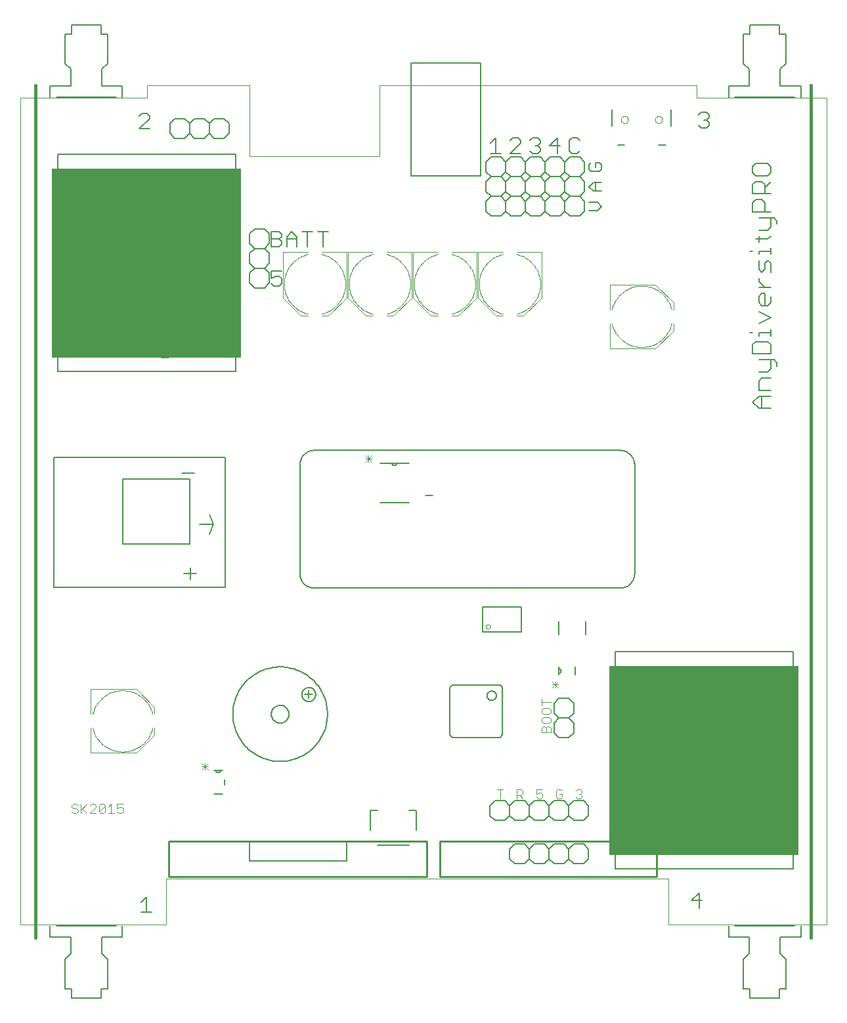
<source format=gto>
G75*
G70*
%OFA0B0*%
%FSLAX24Y24*%
%IPPOS*%
%LPD*%
%AMOC8*
5,1,8,0,0,1.08239X$1,22.5*
%
%ADD10C,0.0000*%
%ADD11C,0.0080*%
%ADD12C,0.0040*%
%ADD13R,0.9600X0.9600*%
%ADD14C,0.0160*%
%ADD15C,0.0100*%
%ADD16C,0.0060*%
%ADD17C,0.0070*%
%ADD18C,0.0050*%
%ADD19C,0.0030*%
%ADD20C,0.0079*%
%ADD21C,0.0020*%
D10*
X021939Y006539D02*
X029339Y006539D01*
X029339Y008889D01*
X054839Y008889D01*
X054839Y006539D01*
X062884Y006539D01*
X062884Y048546D01*
X056289Y048546D01*
X056289Y049189D01*
X040189Y049189D01*
X040189Y045589D01*
X033589Y045589D01*
X033589Y049189D01*
X028389Y049189D01*
X028389Y048546D01*
X021939Y048546D01*
X021939Y006539D01*
X023089Y006539D02*
X027489Y006539D01*
X057539Y006539D02*
X061939Y006539D01*
X054179Y047439D02*
X054181Y047465D01*
X054187Y047491D01*
X054197Y047516D01*
X054210Y047539D01*
X054226Y047559D01*
X054246Y047577D01*
X054268Y047592D01*
X054291Y047604D01*
X054317Y047612D01*
X054343Y047616D01*
X054369Y047616D01*
X054395Y047612D01*
X054421Y047604D01*
X054445Y047592D01*
X054466Y047577D01*
X054486Y047559D01*
X054502Y047539D01*
X054515Y047516D01*
X054525Y047491D01*
X054531Y047465D01*
X054533Y047439D01*
X054531Y047413D01*
X054525Y047387D01*
X054515Y047362D01*
X054502Y047339D01*
X054486Y047319D01*
X054466Y047301D01*
X054444Y047286D01*
X054421Y047274D01*
X054395Y047266D01*
X054369Y047262D01*
X054343Y047262D01*
X054317Y047266D01*
X054291Y047274D01*
X054267Y047286D01*
X054246Y047301D01*
X054226Y047319D01*
X054210Y047339D01*
X054197Y047362D01*
X054187Y047387D01*
X054181Y047413D01*
X054179Y047439D01*
X052446Y047439D02*
X052448Y047465D01*
X052454Y047491D01*
X052464Y047516D01*
X052477Y047539D01*
X052493Y047559D01*
X052513Y047577D01*
X052535Y047592D01*
X052558Y047604D01*
X052584Y047612D01*
X052610Y047616D01*
X052636Y047616D01*
X052662Y047612D01*
X052688Y047604D01*
X052712Y047592D01*
X052733Y047577D01*
X052753Y047559D01*
X052769Y047539D01*
X052782Y047516D01*
X052792Y047491D01*
X052798Y047465D01*
X052800Y047439D01*
X052798Y047413D01*
X052792Y047387D01*
X052782Y047362D01*
X052769Y047339D01*
X052753Y047319D01*
X052733Y047301D01*
X052711Y047286D01*
X052688Y047274D01*
X052662Y047266D01*
X052636Y047262D01*
X052610Y047262D01*
X052584Y047266D01*
X052558Y047274D01*
X052534Y047286D01*
X052513Y047301D01*
X052493Y047319D01*
X052477Y047339D01*
X052464Y047362D01*
X052454Y047387D01*
X052448Y047413D01*
X052446Y047439D01*
X057539Y048546D02*
X061939Y048546D01*
X027489Y048546D02*
X023089Y048546D01*
D11*
X023459Y048586D02*
X023459Y049157D01*
X024502Y049157D01*
X024502Y050003D01*
X024207Y050298D01*
X024207Y051794D01*
X024541Y051794D01*
X024541Y052257D01*
X026037Y052257D01*
X026037Y051794D01*
X026372Y051794D01*
X026372Y050298D01*
X026077Y050003D01*
X026077Y049157D01*
X027120Y049157D01*
X027120Y048586D01*
X026805Y048586D02*
X023774Y048586D01*
X036889Y030639D02*
X052389Y030639D01*
X052443Y030637D01*
X052496Y030631D01*
X052548Y030622D01*
X052600Y030609D01*
X052651Y030592D01*
X052701Y030571D01*
X052748Y030547D01*
X052794Y030520D01*
X052838Y030489D01*
X052880Y030456D01*
X052919Y030419D01*
X052956Y030380D01*
X052989Y030338D01*
X053020Y030294D01*
X053047Y030248D01*
X053071Y030201D01*
X053092Y030151D01*
X053109Y030100D01*
X053122Y030048D01*
X053131Y029996D01*
X053137Y029943D01*
X053139Y029889D01*
X053139Y024389D01*
X053137Y024335D01*
X053131Y024282D01*
X053122Y024230D01*
X053109Y024178D01*
X053092Y024127D01*
X053071Y024077D01*
X053047Y024030D01*
X053020Y023984D01*
X052989Y023940D01*
X052956Y023898D01*
X052919Y023859D01*
X052880Y023822D01*
X052838Y023789D01*
X052794Y023758D01*
X052748Y023731D01*
X052701Y023707D01*
X052651Y023686D01*
X052600Y023669D01*
X052548Y023656D01*
X052496Y023647D01*
X052443Y023641D01*
X052389Y023639D01*
X036889Y023639D01*
X036835Y023641D01*
X036782Y023647D01*
X036730Y023656D01*
X036678Y023669D01*
X036627Y023686D01*
X036577Y023707D01*
X036530Y023731D01*
X036484Y023758D01*
X036440Y023789D01*
X036398Y023822D01*
X036359Y023859D01*
X036322Y023898D01*
X036289Y023940D01*
X036258Y023984D01*
X036231Y024030D01*
X036207Y024077D01*
X036186Y024127D01*
X036169Y024178D01*
X036156Y024230D01*
X036147Y024282D01*
X036141Y024335D01*
X036139Y024389D01*
X036139Y029889D01*
X036141Y029943D01*
X036147Y029996D01*
X036156Y030048D01*
X036169Y030100D01*
X036186Y030151D01*
X036207Y030201D01*
X036231Y030248D01*
X036258Y030294D01*
X036289Y030338D01*
X036322Y030380D01*
X036359Y030419D01*
X036398Y030456D01*
X036440Y030489D01*
X036484Y030520D01*
X036530Y030547D01*
X036577Y030571D01*
X036627Y030592D01*
X036678Y030609D01*
X036730Y030622D01*
X036782Y030631D01*
X036835Y030637D01*
X036889Y030639D01*
X030772Y029490D02*
X030159Y029490D01*
X030566Y024697D02*
X030566Y024083D01*
X030872Y024390D02*
X030259Y024390D01*
X033579Y010781D02*
X038500Y010781D01*
X038500Y009797D01*
X033579Y009797D01*
X033579Y010781D01*
X027120Y006500D02*
X027120Y005929D01*
X026077Y005929D01*
X026077Y005083D01*
X026372Y004787D01*
X026372Y003291D01*
X026037Y003291D01*
X026037Y002829D01*
X024541Y002829D01*
X024541Y003291D01*
X024207Y003291D01*
X024207Y004787D01*
X024502Y005083D01*
X024502Y005929D01*
X023459Y005929D01*
X023459Y006500D01*
X023774Y006500D02*
X026805Y006500D01*
X049289Y021289D02*
X049289Y021939D01*
X050639Y021939D02*
X050639Y021289D01*
X059436Y032779D02*
X059129Y033086D01*
X059436Y033393D01*
X060049Y033393D01*
X060049Y033700D02*
X059436Y033700D01*
X059436Y034161D01*
X059589Y034314D01*
X060049Y034314D01*
X059896Y034621D02*
X060049Y034774D01*
X060049Y035235D01*
X060203Y035235D02*
X060356Y035081D01*
X060356Y034928D01*
X060203Y035235D02*
X059436Y035235D01*
X059129Y035542D02*
X059129Y036002D01*
X059282Y036156D01*
X059896Y036156D01*
X060049Y036002D01*
X060049Y035542D01*
X059129Y035542D01*
X059436Y036463D02*
X059436Y036616D01*
X060049Y036616D01*
X060049Y036463D02*
X060049Y036769D01*
X060049Y037383D02*
X059436Y037076D01*
X059129Y036616D02*
X058975Y036616D01*
X059436Y037690D02*
X060049Y037383D01*
X059896Y037997D02*
X059589Y037997D01*
X059436Y038151D01*
X059436Y038458D01*
X059589Y038611D01*
X059742Y038611D01*
X059742Y037997D01*
X059896Y037997D02*
X060049Y038151D01*
X060049Y038458D01*
X060049Y038918D02*
X059436Y038918D01*
X059742Y038918D02*
X059436Y039225D01*
X059436Y039378D01*
X059589Y039685D02*
X059436Y039839D01*
X059436Y040299D01*
X059436Y040606D02*
X059436Y040760D01*
X060049Y040760D01*
X060049Y040913D02*
X060049Y040606D01*
X059896Y040299D02*
X059742Y040146D01*
X059742Y039839D01*
X059589Y039685D01*
X060049Y039685D02*
X060049Y040146D01*
X059896Y040299D01*
X059129Y040760D02*
X058975Y040760D01*
X059436Y041220D02*
X059436Y041527D01*
X059282Y041373D02*
X059896Y041373D01*
X060049Y041527D01*
X059896Y041834D02*
X059436Y041834D01*
X059896Y041834D02*
X060049Y041987D01*
X060049Y042448D01*
X060203Y042448D02*
X060356Y042294D01*
X060356Y042141D01*
X060203Y042448D02*
X059436Y042448D01*
X059742Y042755D02*
X059742Y043215D01*
X059589Y043368D01*
X059282Y043368D01*
X059129Y043215D01*
X059129Y042755D01*
X060049Y042755D01*
X060049Y043675D02*
X059129Y043675D01*
X059129Y044136D01*
X059282Y044289D01*
X059589Y044289D01*
X059742Y044136D01*
X059742Y043675D01*
X059742Y043982D02*
X060049Y044289D01*
X059896Y044596D02*
X059282Y044596D01*
X059129Y044750D01*
X059129Y045057D01*
X059282Y045210D01*
X059896Y045210D01*
X060049Y045057D01*
X060049Y044750D01*
X059896Y044596D01*
X061255Y048586D02*
X058224Y048586D01*
X057909Y048586D02*
X057909Y049157D01*
X058952Y049157D01*
X058952Y050003D01*
X058657Y050298D01*
X058657Y051794D01*
X058991Y051794D01*
X058991Y052257D01*
X060487Y052257D01*
X060487Y051794D01*
X060822Y051794D01*
X060822Y050298D01*
X060527Y050003D01*
X060527Y049157D01*
X061570Y049157D01*
X061570Y048586D01*
X054985Y047951D02*
X054985Y047124D01*
X054710Y046140D02*
X054356Y046140D01*
X052623Y046140D02*
X052269Y046140D01*
X051993Y047124D02*
X051993Y047951D01*
X059436Y034621D02*
X059896Y034621D01*
X059589Y033393D02*
X059589Y032779D01*
X059436Y032779D02*
X060049Y032779D01*
X061255Y006500D02*
X058224Y006500D01*
X057909Y006500D02*
X057909Y005929D01*
X058952Y005929D01*
X058952Y005083D01*
X058657Y004787D01*
X058657Y003291D01*
X058991Y003291D01*
X058991Y002829D01*
X060487Y002829D01*
X060487Y003291D01*
X060822Y003291D01*
X060822Y004787D01*
X060527Y005083D01*
X060527Y005929D01*
X061570Y005929D01*
X061570Y006500D01*
D12*
X050456Y013036D02*
X050379Y012959D01*
X050226Y012959D01*
X050149Y013036D01*
X050302Y013190D02*
X050379Y013190D01*
X050456Y013113D01*
X050456Y013036D01*
X050379Y013190D02*
X050456Y013266D01*
X050456Y013343D01*
X050379Y013420D01*
X050226Y013420D01*
X050149Y013343D01*
X049456Y013343D02*
X049379Y013420D01*
X049226Y013420D01*
X049149Y013343D01*
X049149Y013036D01*
X049226Y012959D01*
X049379Y012959D01*
X049456Y013036D01*
X049456Y013190D01*
X049302Y013190D01*
X048456Y013190D02*
X048456Y013036D01*
X048379Y012959D01*
X048226Y012959D01*
X048149Y013036D01*
X048149Y013190D02*
X048302Y013266D01*
X048379Y013266D01*
X048456Y013190D01*
X048456Y013420D02*
X048149Y013420D01*
X048149Y013190D01*
X047456Y013190D02*
X047456Y013343D01*
X047379Y013420D01*
X047149Y013420D01*
X047149Y012959D01*
X047149Y013113D02*
X047379Y013113D01*
X047456Y013190D01*
X047302Y013113D02*
X047456Y012959D01*
X046456Y013420D02*
X046149Y013420D01*
X046302Y013420D02*
X046302Y012959D01*
X048409Y016318D02*
X048409Y016548D01*
X048486Y016625D01*
X048562Y016625D01*
X048639Y016548D01*
X048639Y016318D01*
X048639Y016548D02*
X048716Y016625D01*
X048793Y016625D01*
X048869Y016548D01*
X048869Y016318D01*
X048409Y016318D01*
X048486Y016778D02*
X048793Y016778D01*
X048869Y016855D01*
X048869Y017008D01*
X048793Y017085D01*
X048486Y017085D01*
X048409Y017008D01*
X048409Y016855D01*
X048486Y016778D01*
X048486Y017239D02*
X048793Y017239D01*
X048869Y017315D01*
X048869Y017469D01*
X048793Y017546D01*
X048486Y017546D01*
X048409Y017469D01*
X048409Y017315D01*
X048486Y017239D01*
X048409Y017699D02*
X048409Y018006D01*
X048409Y017852D02*
X048869Y017852D01*
X028754Y017598D02*
X028754Y017244D01*
X028754Y017598D02*
X027848Y018504D01*
X025525Y018504D01*
X025525Y017244D01*
X025525Y016535D02*
X025525Y015275D01*
X027848Y015275D01*
X028754Y016181D01*
X028754Y016535D01*
X028655Y016535D02*
X028635Y016458D01*
X028612Y016383D01*
X028584Y016309D01*
X028553Y016237D01*
X028518Y016166D01*
X028480Y016097D01*
X028438Y016031D01*
X028393Y015966D01*
X028345Y015904D01*
X028293Y015844D01*
X028239Y015787D01*
X028182Y015733D01*
X028122Y015681D01*
X028060Y015633D01*
X027995Y015588D01*
X027928Y015547D01*
X027859Y015509D01*
X027788Y015474D01*
X027716Y015443D01*
X027642Y015415D01*
X027567Y015392D01*
X027491Y015372D01*
X027413Y015356D01*
X027335Y015344D01*
X027257Y015336D01*
X027178Y015332D01*
X027100Y015332D01*
X027021Y015336D01*
X026943Y015344D01*
X026865Y015356D01*
X026787Y015372D01*
X026711Y015392D01*
X026636Y015415D01*
X026562Y015443D01*
X026490Y015474D01*
X026419Y015509D01*
X026350Y015547D01*
X026283Y015588D01*
X026218Y015633D01*
X026156Y015681D01*
X026096Y015733D01*
X026039Y015787D01*
X025985Y015844D01*
X025933Y015904D01*
X025885Y015966D01*
X025840Y016031D01*
X025798Y016097D01*
X025760Y016166D01*
X025725Y016237D01*
X025694Y016309D01*
X025666Y016383D01*
X025643Y016458D01*
X025623Y016535D01*
X025623Y017243D02*
X025643Y017320D01*
X025666Y017395D01*
X025694Y017469D01*
X025725Y017541D01*
X025760Y017612D01*
X025798Y017681D01*
X025840Y017747D01*
X025885Y017812D01*
X025933Y017874D01*
X025985Y017934D01*
X026039Y017991D01*
X026096Y018045D01*
X026156Y018097D01*
X026218Y018145D01*
X026283Y018190D01*
X026350Y018231D01*
X026419Y018269D01*
X026490Y018304D01*
X026562Y018335D01*
X026636Y018363D01*
X026711Y018386D01*
X026787Y018406D01*
X026865Y018422D01*
X026943Y018434D01*
X027021Y018442D01*
X027100Y018446D01*
X027178Y018446D01*
X027257Y018442D01*
X027335Y018434D01*
X027413Y018422D01*
X027491Y018406D01*
X027567Y018386D01*
X027642Y018363D01*
X027716Y018335D01*
X027788Y018304D01*
X027859Y018269D01*
X027928Y018231D01*
X027995Y018190D01*
X028060Y018145D01*
X028122Y018097D01*
X028182Y018045D01*
X028239Y017991D01*
X028293Y017934D01*
X028345Y017874D01*
X028393Y017812D01*
X028438Y017747D01*
X028480Y017681D01*
X028518Y017612D01*
X028553Y017541D01*
X028584Y017469D01*
X028612Y017395D01*
X028635Y017320D01*
X028655Y017243D01*
X027168Y012670D02*
X026861Y012670D01*
X026861Y012440D01*
X027015Y012516D01*
X027092Y012516D01*
X027168Y012440D01*
X027168Y012286D01*
X027092Y012209D01*
X026938Y012209D01*
X026861Y012286D01*
X026708Y012209D02*
X026401Y012209D01*
X026554Y012209D02*
X026554Y012670D01*
X026401Y012516D01*
X026247Y012593D02*
X025941Y012286D01*
X026017Y012209D01*
X026171Y012209D01*
X026247Y012286D01*
X026247Y012593D01*
X026171Y012670D01*
X026017Y012670D01*
X025941Y012593D01*
X025941Y012286D01*
X025787Y012209D02*
X025480Y012209D01*
X025787Y012516D01*
X025787Y012593D01*
X025710Y012670D01*
X025557Y012670D01*
X025480Y012593D01*
X025327Y012670D02*
X025020Y012363D01*
X025096Y012440D02*
X025327Y012209D01*
X025020Y012209D02*
X025020Y012670D01*
X024866Y012593D02*
X024790Y012670D01*
X024636Y012670D01*
X024559Y012593D01*
X024559Y012516D01*
X024636Y012440D01*
X024790Y012440D01*
X024866Y012363D01*
X024866Y012286D01*
X024790Y012209D01*
X024636Y012209D01*
X024559Y012286D01*
X051875Y035825D02*
X051875Y037085D01*
X051875Y037794D02*
X051875Y039054D01*
X054198Y039054D01*
X055104Y038148D01*
X055104Y037794D01*
X055104Y037085D02*
X055104Y036731D01*
X054198Y035825D01*
X051875Y035825D01*
X051973Y037085D02*
X051993Y037008D01*
X052016Y036933D01*
X052044Y036859D01*
X052075Y036787D01*
X052110Y036716D01*
X052148Y036647D01*
X052190Y036581D01*
X052235Y036516D01*
X052283Y036454D01*
X052335Y036394D01*
X052389Y036337D01*
X052446Y036283D01*
X052506Y036231D01*
X052568Y036183D01*
X052633Y036138D01*
X052700Y036097D01*
X052769Y036059D01*
X052840Y036024D01*
X052912Y035993D01*
X052986Y035965D01*
X053061Y035942D01*
X053137Y035922D01*
X053215Y035906D01*
X053293Y035894D01*
X053371Y035886D01*
X053450Y035882D01*
X053528Y035882D01*
X053607Y035886D01*
X053685Y035894D01*
X053763Y035906D01*
X053841Y035922D01*
X053917Y035942D01*
X053992Y035965D01*
X054066Y035993D01*
X054138Y036024D01*
X054209Y036059D01*
X054278Y036097D01*
X054345Y036138D01*
X054410Y036183D01*
X054472Y036231D01*
X054532Y036283D01*
X054589Y036337D01*
X054643Y036394D01*
X054695Y036454D01*
X054743Y036516D01*
X054788Y036581D01*
X054830Y036647D01*
X054868Y036716D01*
X054903Y036787D01*
X054934Y036859D01*
X054962Y036933D01*
X054985Y037008D01*
X055005Y037085D01*
X055005Y037793D02*
X054985Y037870D01*
X054962Y037945D01*
X054934Y038019D01*
X054903Y038091D01*
X054868Y038162D01*
X054830Y038231D01*
X054788Y038297D01*
X054743Y038362D01*
X054695Y038424D01*
X054643Y038484D01*
X054589Y038541D01*
X054532Y038595D01*
X054472Y038647D01*
X054410Y038695D01*
X054345Y038740D01*
X054278Y038781D01*
X054209Y038819D01*
X054138Y038854D01*
X054066Y038885D01*
X053992Y038913D01*
X053917Y038936D01*
X053841Y038956D01*
X053763Y038972D01*
X053685Y038984D01*
X053607Y038992D01*
X053528Y038996D01*
X053450Y038996D01*
X053371Y038992D01*
X053293Y038984D01*
X053215Y038972D01*
X053137Y038956D01*
X053061Y038936D01*
X052986Y038913D01*
X052912Y038885D01*
X052840Y038854D01*
X052769Y038819D01*
X052700Y038781D01*
X052633Y038740D01*
X052568Y038695D01*
X052506Y038647D01*
X052446Y038595D01*
X052389Y038541D01*
X052335Y038484D01*
X052283Y038424D01*
X052235Y038362D01*
X052190Y038297D01*
X052148Y038231D01*
X052110Y038162D01*
X052075Y038091D01*
X052044Y038019D01*
X052016Y037945D01*
X051993Y037870D01*
X051973Y037793D01*
X048404Y038381D02*
X048404Y040704D01*
X047144Y040704D01*
X046435Y040704D02*
X045175Y040704D01*
X045175Y038381D01*
X046081Y037475D01*
X046435Y037475D01*
X047144Y037475D02*
X047498Y037475D01*
X048404Y038381D01*
X047143Y037573D02*
X047220Y037593D01*
X047295Y037616D01*
X047369Y037644D01*
X047441Y037675D01*
X047512Y037710D01*
X047581Y037748D01*
X047647Y037790D01*
X047712Y037835D01*
X047774Y037883D01*
X047834Y037935D01*
X047891Y037989D01*
X047945Y038046D01*
X047997Y038106D01*
X048045Y038168D01*
X048090Y038233D01*
X048131Y038300D01*
X048169Y038369D01*
X048204Y038440D01*
X048235Y038512D01*
X048263Y038586D01*
X048286Y038661D01*
X048306Y038737D01*
X048322Y038815D01*
X048334Y038893D01*
X048342Y038971D01*
X048346Y039050D01*
X048346Y039128D01*
X048342Y039207D01*
X048334Y039285D01*
X048322Y039363D01*
X048306Y039441D01*
X048286Y039517D01*
X048263Y039592D01*
X048235Y039666D01*
X048204Y039738D01*
X048169Y039809D01*
X048131Y039878D01*
X048090Y039945D01*
X048045Y040010D01*
X047997Y040072D01*
X047945Y040132D01*
X047891Y040189D01*
X047834Y040243D01*
X047774Y040295D01*
X047712Y040343D01*
X047647Y040388D01*
X047581Y040430D01*
X047512Y040468D01*
X047441Y040503D01*
X047369Y040534D01*
X047295Y040562D01*
X047220Y040585D01*
X047143Y040605D01*
X046435Y040605D02*
X046358Y040585D01*
X046283Y040562D01*
X046209Y040534D01*
X046137Y040503D01*
X046066Y040468D01*
X045997Y040430D01*
X045931Y040388D01*
X045866Y040343D01*
X045804Y040295D01*
X045744Y040243D01*
X045687Y040189D01*
X045633Y040132D01*
X045581Y040072D01*
X045533Y040010D01*
X045488Y039945D01*
X045447Y039878D01*
X045409Y039809D01*
X045374Y039738D01*
X045343Y039666D01*
X045315Y039592D01*
X045292Y039517D01*
X045272Y039441D01*
X045256Y039363D01*
X045244Y039285D01*
X045236Y039207D01*
X045232Y039128D01*
X045232Y039050D01*
X045236Y038971D01*
X045244Y038893D01*
X045256Y038815D01*
X045272Y038737D01*
X045292Y038661D01*
X045315Y038586D01*
X045343Y038512D01*
X045374Y038440D01*
X045409Y038369D01*
X045447Y038300D01*
X045488Y038233D01*
X045533Y038168D01*
X045581Y038106D01*
X045633Y038046D01*
X045687Y037989D01*
X045744Y037935D01*
X045804Y037883D01*
X045866Y037835D01*
X045931Y037790D01*
X045997Y037748D01*
X046066Y037710D01*
X046137Y037675D01*
X046209Y037644D01*
X046283Y037616D01*
X046358Y037593D01*
X046435Y037573D01*
X045104Y038381D02*
X044198Y037475D01*
X043844Y037475D01*
X043135Y037475D02*
X042781Y037475D01*
X041875Y038381D01*
X041875Y040704D01*
X043135Y040704D01*
X043844Y040704D02*
X045104Y040704D01*
X045104Y038381D01*
X043843Y037573D02*
X043920Y037593D01*
X043995Y037616D01*
X044069Y037644D01*
X044141Y037675D01*
X044212Y037710D01*
X044281Y037748D01*
X044347Y037790D01*
X044412Y037835D01*
X044474Y037883D01*
X044534Y037935D01*
X044591Y037989D01*
X044645Y038046D01*
X044697Y038106D01*
X044745Y038168D01*
X044790Y038233D01*
X044831Y038300D01*
X044869Y038369D01*
X044904Y038440D01*
X044935Y038512D01*
X044963Y038586D01*
X044986Y038661D01*
X045006Y038737D01*
X045022Y038815D01*
X045034Y038893D01*
X045042Y038971D01*
X045046Y039050D01*
X045046Y039128D01*
X045042Y039207D01*
X045034Y039285D01*
X045022Y039363D01*
X045006Y039441D01*
X044986Y039517D01*
X044963Y039592D01*
X044935Y039666D01*
X044904Y039738D01*
X044869Y039809D01*
X044831Y039878D01*
X044790Y039945D01*
X044745Y040010D01*
X044697Y040072D01*
X044645Y040132D01*
X044591Y040189D01*
X044534Y040243D01*
X044474Y040295D01*
X044412Y040343D01*
X044347Y040388D01*
X044281Y040430D01*
X044212Y040468D01*
X044141Y040503D01*
X044069Y040534D01*
X043995Y040562D01*
X043920Y040585D01*
X043843Y040605D01*
X043135Y040605D02*
X043058Y040585D01*
X042983Y040562D01*
X042909Y040534D01*
X042837Y040503D01*
X042766Y040468D01*
X042697Y040430D01*
X042631Y040388D01*
X042566Y040343D01*
X042504Y040295D01*
X042444Y040243D01*
X042387Y040189D01*
X042333Y040132D01*
X042281Y040072D01*
X042233Y040010D01*
X042188Y039945D01*
X042147Y039878D01*
X042109Y039809D01*
X042074Y039738D01*
X042043Y039666D01*
X042015Y039592D01*
X041992Y039517D01*
X041972Y039441D01*
X041956Y039363D01*
X041944Y039285D01*
X041936Y039207D01*
X041932Y039128D01*
X041932Y039050D01*
X041936Y038971D01*
X041944Y038893D01*
X041956Y038815D01*
X041972Y038737D01*
X041992Y038661D01*
X042015Y038586D01*
X042043Y038512D01*
X042074Y038440D01*
X042109Y038369D01*
X042147Y038300D01*
X042188Y038233D01*
X042233Y038168D01*
X042281Y038106D01*
X042333Y038046D01*
X042387Y037989D01*
X042444Y037935D01*
X042504Y037883D01*
X042566Y037835D01*
X042631Y037790D01*
X042697Y037748D01*
X042766Y037710D01*
X042837Y037675D01*
X042909Y037644D01*
X042983Y037616D01*
X043058Y037593D01*
X043135Y037573D01*
X041804Y038381D02*
X040898Y037475D01*
X040544Y037475D01*
X039835Y037475D02*
X039481Y037475D01*
X038575Y038381D01*
X038575Y040704D01*
X039835Y040704D01*
X040544Y040704D02*
X041804Y040704D01*
X041804Y038381D01*
X040543Y037573D02*
X040620Y037593D01*
X040695Y037616D01*
X040769Y037644D01*
X040841Y037675D01*
X040912Y037710D01*
X040981Y037748D01*
X041047Y037790D01*
X041112Y037835D01*
X041174Y037883D01*
X041234Y037935D01*
X041291Y037989D01*
X041345Y038046D01*
X041397Y038106D01*
X041445Y038168D01*
X041490Y038233D01*
X041531Y038300D01*
X041569Y038369D01*
X041604Y038440D01*
X041635Y038512D01*
X041663Y038586D01*
X041686Y038661D01*
X041706Y038737D01*
X041722Y038815D01*
X041734Y038893D01*
X041742Y038971D01*
X041746Y039050D01*
X041746Y039128D01*
X041742Y039207D01*
X041734Y039285D01*
X041722Y039363D01*
X041706Y039441D01*
X041686Y039517D01*
X041663Y039592D01*
X041635Y039666D01*
X041604Y039738D01*
X041569Y039809D01*
X041531Y039878D01*
X041490Y039945D01*
X041445Y040010D01*
X041397Y040072D01*
X041345Y040132D01*
X041291Y040189D01*
X041234Y040243D01*
X041174Y040295D01*
X041112Y040343D01*
X041047Y040388D01*
X040981Y040430D01*
X040912Y040468D01*
X040841Y040503D01*
X040769Y040534D01*
X040695Y040562D01*
X040620Y040585D01*
X040543Y040605D01*
X039835Y040605D02*
X039758Y040585D01*
X039683Y040562D01*
X039609Y040534D01*
X039537Y040503D01*
X039466Y040468D01*
X039397Y040430D01*
X039331Y040388D01*
X039266Y040343D01*
X039204Y040295D01*
X039144Y040243D01*
X039087Y040189D01*
X039033Y040132D01*
X038981Y040072D01*
X038933Y040010D01*
X038888Y039945D01*
X038847Y039878D01*
X038809Y039809D01*
X038774Y039738D01*
X038743Y039666D01*
X038715Y039592D01*
X038692Y039517D01*
X038672Y039441D01*
X038656Y039363D01*
X038644Y039285D01*
X038636Y039207D01*
X038632Y039128D01*
X038632Y039050D01*
X038636Y038971D01*
X038644Y038893D01*
X038656Y038815D01*
X038672Y038737D01*
X038692Y038661D01*
X038715Y038586D01*
X038743Y038512D01*
X038774Y038440D01*
X038809Y038369D01*
X038847Y038300D01*
X038888Y038233D01*
X038933Y038168D01*
X038981Y038106D01*
X039033Y038046D01*
X039087Y037989D01*
X039144Y037935D01*
X039204Y037883D01*
X039266Y037835D01*
X039331Y037790D01*
X039397Y037748D01*
X039466Y037710D01*
X039537Y037675D01*
X039609Y037644D01*
X039683Y037616D01*
X039758Y037593D01*
X039835Y037573D01*
X038504Y038381D02*
X037598Y037475D01*
X037244Y037475D01*
X036535Y037475D02*
X036181Y037475D01*
X035275Y038381D01*
X035275Y040704D01*
X036535Y040704D01*
X037244Y040704D02*
X038504Y040704D01*
X038504Y038381D01*
X037243Y037573D02*
X037320Y037593D01*
X037395Y037616D01*
X037469Y037644D01*
X037541Y037675D01*
X037612Y037710D01*
X037681Y037748D01*
X037747Y037790D01*
X037812Y037835D01*
X037874Y037883D01*
X037934Y037935D01*
X037991Y037989D01*
X038045Y038046D01*
X038097Y038106D01*
X038145Y038168D01*
X038190Y038233D01*
X038231Y038300D01*
X038269Y038369D01*
X038304Y038440D01*
X038335Y038512D01*
X038363Y038586D01*
X038386Y038661D01*
X038406Y038737D01*
X038422Y038815D01*
X038434Y038893D01*
X038442Y038971D01*
X038446Y039050D01*
X038446Y039128D01*
X038442Y039207D01*
X038434Y039285D01*
X038422Y039363D01*
X038406Y039441D01*
X038386Y039517D01*
X038363Y039592D01*
X038335Y039666D01*
X038304Y039738D01*
X038269Y039809D01*
X038231Y039878D01*
X038190Y039945D01*
X038145Y040010D01*
X038097Y040072D01*
X038045Y040132D01*
X037991Y040189D01*
X037934Y040243D01*
X037874Y040295D01*
X037812Y040343D01*
X037747Y040388D01*
X037681Y040430D01*
X037612Y040468D01*
X037541Y040503D01*
X037469Y040534D01*
X037395Y040562D01*
X037320Y040585D01*
X037243Y040605D01*
X036535Y040605D02*
X036458Y040585D01*
X036383Y040562D01*
X036309Y040534D01*
X036237Y040503D01*
X036166Y040468D01*
X036097Y040430D01*
X036031Y040388D01*
X035966Y040343D01*
X035904Y040295D01*
X035844Y040243D01*
X035787Y040189D01*
X035733Y040132D01*
X035681Y040072D01*
X035633Y040010D01*
X035588Y039945D01*
X035547Y039878D01*
X035509Y039809D01*
X035474Y039738D01*
X035443Y039666D01*
X035415Y039592D01*
X035392Y039517D01*
X035372Y039441D01*
X035356Y039363D01*
X035344Y039285D01*
X035336Y039207D01*
X035332Y039128D01*
X035332Y039050D01*
X035336Y038971D01*
X035344Y038893D01*
X035356Y038815D01*
X035372Y038737D01*
X035392Y038661D01*
X035415Y038586D01*
X035443Y038512D01*
X035474Y038440D01*
X035509Y038369D01*
X035547Y038300D01*
X035588Y038233D01*
X035633Y038168D01*
X035681Y038106D01*
X035733Y038046D01*
X035787Y037989D01*
X035844Y037935D01*
X035904Y037883D01*
X035966Y037835D01*
X036031Y037790D01*
X036097Y037748D01*
X036166Y037710D01*
X036237Y037675D01*
X036309Y037644D01*
X036383Y037616D01*
X036458Y037593D01*
X036535Y037573D01*
D13*
X028339Y040139D03*
X056639Y014889D03*
D14*
X062097Y005889D02*
X062097Y049196D01*
X022727Y049196D02*
X022727Y005889D01*
D15*
X029489Y008989D02*
X042589Y008989D01*
X042589Y010789D01*
X029489Y010789D01*
X029489Y008989D01*
X043239Y008989D02*
X054239Y008989D01*
X054239Y010789D01*
X043239Y010789D01*
X043239Y008989D01*
D16*
X046789Y009889D02*
X047039Y009639D01*
X047539Y009639D01*
X047789Y009889D01*
X048039Y009639D01*
X048539Y009639D01*
X048789Y009889D01*
X048789Y010389D01*
X048539Y010639D01*
X048039Y010639D01*
X047789Y010389D01*
X047789Y009889D01*
X047789Y010389D02*
X047539Y010639D01*
X047039Y010639D01*
X046789Y010389D01*
X046789Y009889D01*
X046539Y011839D02*
X046039Y011839D01*
X045789Y012089D01*
X045789Y012589D01*
X046039Y012839D01*
X046539Y012839D01*
X046789Y012589D01*
X047039Y012839D01*
X047539Y012839D01*
X047789Y012589D01*
X047789Y012089D01*
X047539Y011839D01*
X047039Y011839D01*
X046789Y012089D01*
X046539Y011839D01*
X046789Y012089D02*
X046789Y012589D01*
X047789Y012589D02*
X048039Y012839D01*
X048539Y012839D01*
X048789Y012589D01*
X049039Y012839D01*
X049539Y012839D01*
X049789Y012589D01*
X050039Y012839D01*
X050539Y012839D01*
X050789Y012589D01*
X050789Y012089D01*
X050539Y011839D01*
X050039Y011839D01*
X049789Y012089D01*
X049539Y011839D01*
X049039Y011839D01*
X048789Y012089D01*
X048539Y011839D01*
X048039Y011839D01*
X047789Y012089D01*
X048789Y012089D02*
X048789Y012589D01*
X049789Y012589D02*
X049789Y012089D01*
X049539Y010639D02*
X049039Y010639D01*
X048789Y010389D01*
X048789Y009889D02*
X049039Y009639D01*
X049539Y009639D01*
X049789Y009889D01*
X050039Y009639D01*
X050539Y009639D01*
X050789Y009889D01*
X050789Y010389D01*
X050539Y010639D01*
X050039Y010639D01*
X049789Y010389D01*
X049789Y009889D01*
X049789Y010389D02*
X049539Y010639D01*
X049289Y016039D02*
X049039Y016289D01*
X049039Y016789D01*
X049289Y017039D01*
X049039Y017289D01*
X049039Y017789D01*
X049289Y018039D01*
X049789Y018039D01*
X050039Y017789D01*
X050039Y017289D01*
X049789Y017039D01*
X050039Y016789D01*
X050039Y016289D01*
X049789Y016039D01*
X049289Y016039D01*
X049289Y017039D02*
X049789Y017039D01*
X050099Y019239D02*
X050099Y019639D01*
X049279Y019639D02*
X049279Y019559D01*
X049279Y019319D01*
X049279Y019239D01*
X049279Y019319D02*
X049300Y019321D01*
X049320Y019326D01*
X049339Y019335D01*
X049356Y019347D01*
X049371Y019362D01*
X049383Y019379D01*
X049392Y019398D01*
X049397Y019418D01*
X049399Y019439D01*
X049397Y019460D01*
X049392Y019480D01*
X049383Y019499D01*
X049371Y019516D01*
X049356Y019531D01*
X049339Y019543D01*
X049320Y019552D01*
X049300Y019557D01*
X049279Y019559D01*
X056093Y017194D02*
X056209Y017311D01*
X056326Y017311D01*
X056443Y017194D01*
X056443Y016960D01*
X056326Y016844D01*
X056209Y016844D01*
X056093Y016960D01*
X056093Y017194D01*
X056443Y017194D02*
X056560Y017311D01*
X056676Y017311D01*
X056793Y017194D01*
X056793Y016960D01*
X056676Y016844D01*
X056560Y016844D01*
X056443Y016960D01*
X056676Y016611D02*
X056793Y016494D01*
X056793Y016261D01*
X056676Y016144D01*
X056209Y016611D01*
X056676Y016611D01*
X056209Y016611D02*
X056093Y016494D01*
X056093Y016261D01*
X056209Y016144D01*
X056676Y016144D01*
X056676Y015911D02*
X056793Y015794D01*
X056793Y015561D01*
X056676Y015444D01*
X056560Y015444D01*
X056443Y015561D01*
X056443Y015794D01*
X056560Y015911D01*
X056676Y015911D01*
X056443Y015794D02*
X056326Y015911D01*
X056209Y015911D01*
X056093Y015794D01*
X056093Y015561D01*
X056209Y015444D01*
X056326Y015444D01*
X056443Y015561D01*
X056443Y015211D02*
X056676Y015211D01*
X056793Y015094D01*
X056793Y014861D01*
X056676Y014744D01*
X056443Y014744D02*
X056326Y014978D01*
X056326Y015094D01*
X056443Y015211D01*
X056093Y015211D02*
X056093Y014744D01*
X056443Y014744D01*
X056793Y014511D02*
X056093Y014044D01*
X056209Y013812D02*
X056443Y013812D01*
X056560Y013695D01*
X056560Y013345D01*
X056560Y013578D02*
X056793Y013812D01*
X056793Y014044D02*
X056093Y014511D01*
X056209Y013812D02*
X056093Y013695D01*
X056093Y013345D01*
X056793Y013345D01*
X041679Y027989D02*
X040199Y027989D01*
X040199Y029989D02*
X040819Y029989D01*
X041059Y029989D01*
X041679Y029989D01*
X041059Y029989D02*
X041057Y029968D01*
X041052Y029948D01*
X041043Y029929D01*
X041031Y029912D01*
X041016Y029897D01*
X040999Y029885D01*
X040980Y029876D01*
X040960Y029871D01*
X040939Y029869D01*
X040918Y029871D01*
X040898Y029876D01*
X040879Y029885D01*
X040862Y029897D01*
X040847Y029912D01*
X040835Y029929D01*
X040826Y029948D01*
X040821Y029968D01*
X040819Y029989D01*
X042499Y028349D02*
X042889Y028349D01*
X036589Y018439D02*
X036589Y018039D01*
X036239Y018239D02*
X036241Y018276D01*
X036247Y018313D01*
X036257Y018349D01*
X036270Y018384D01*
X036287Y018417D01*
X036308Y018448D01*
X036332Y018476D01*
X036359Y018502D01*
X036388Y018525D01*
X036419Y018545D01*
X036453Y018561D01*
X036488Y018574D01*
X036524Y018583D01*
X036561Y018588D01*
X036598Y018589D01*
X036635Y018586D01*
X036672Y018579D01*
X036708Y018568D01*
X036742Y018554D01*
X036775Y018536D01*
X036805Y018514D01*
X036833Y018490D01*
X036858Y018462D01*
X036881Y018432D01*
X036900Y018400D01*
X036915Y018366D01*
X036927Y018331D01*
X036935Y018295D01*
X036939Y018258D01*
X036939Y018220D01*
X036935Y018183D01*
X036927Y018147D01*
X036915Y018112D01*
X036900Y018078D01*
X036881Y018046D01*
X036858Y018016D01*
X036833Y017988D01*
X036805Y017964D01*
X036775Y017942D01*
X036742Y017924D01*
X036708Y017910D01*
X036672Y017899D01*
X036635Y017892D01*
X036598Y017889D01*
X036561Y017890D01*
X036524Y017895D01*
X036488Y017904D01*
X036453Y017917D01*
X036419Y017933D01*
X036388Y017953D01*
X036359Y017976D01*
X036332Y018002D01*
X036308Y018030D01*
X036287Y018061D01*
X036270Y018094D01*
X036257Y018129D01*
X036247Y018165D01*
X036241Y018202D01*
X036239Y018239D01*
X036389Y018239D02*
X036789Y018239D01*
X034689Y017239D02*
X034691Y017281D01*
X034697Y017323D01*
X034707Y017364D01*
X034720Y017404D01*
X034738Y017442D01*
X034758Y017479D01*
X034783Y017514D01*
X034810Y017546D01*
X034840Y017575D01*
X034873Y017602D01*
X034908Y017625D01*
X034945Y017645D01*
X034984Y017661D01*
X035024Y017674D01*
X035065Y017683D01*
X035107Y017688D01*
X035150Y017689D01*
X035192Y017686D01*
X035233Y017679D01*
X035274Y017668D01*
X035314Y017654D01*
X035352Y017636D01*
X035388Y017614D01*
X035422Y017589D01*
X035453Y017561D01*
X035482Y017530D01*
X035508Y017497D01*
X035530Y017461D01*
X035550Y017423D01*
X035565Y017384D01*
X035577Y017344D01*
X035585Y017302D01*
X035589Y017260D01*
X035589Y017218D01*
X035585Y017176D01*
X035577Y017134D01*
X035565Y017094D01*
X035550Y017055D01*
X035530Y017017D01*
X035508Y016981D01*
X035482Y016948D01*
X035453Y016917D01*
X035422Y016889D01*
X035388Y016864D01*
X035352Y016842D01*
X035314Y016824D01*
X035274Y016810D01*
X035233Y016799D01*
X035192Y016792D01*
X035150Y016789D01*
X035107Y016790D01*
X035065Y016795D01*
X035024Y016804D01*
X034984Y016817D01*
X034945Y016833D01*
X034908Y016853D01*
X034873Y016876D01*
X034840Y016903D01*
X034810Y016932D01*
X034783Y016964D01*
X034758Y016999D01*
X034738Y017036D01*
X034720Y017074D01*
X034707Y017114D01*
X034697Y017155D01*
X034691Y017197D01*
X034689Y017239D01*
X032739Y017239D02*
X032742Y017357D01*
X032751Y017474D01*
X032765Y017591D01*
X032785Y017707D01*
X032811Y017822D01*
X032842Y017936D01*
X032879Y018048D01*
X032922Y018157D01*
X032969Y018265D01*
X033022Y018370D01*
X033080Y018473D01*
X033143Y018572D01*
X033211Y018669D01*
X033284Y018762D01*
X033361Y018851D01*
X033442Y018936D01*
X033527Y019017D01*
X033616Y019094D01*
X033709Y019167D01*
X033806Y019235D01*
X033905Y019298D01*
X034008Y019356D01*
X034113Y019409D01*
X034221Y019456D01*
X034330Y019499D01*
X034442Y019536D01*
X034556Y019567D01*
X034671Y019593D01*
X034787Y019613D01*
X034904Y019627D01*
X035021Y019636D01*
X035139Y019639D01*
X035257Y019636D01*
X035374Y019627D01*
X035491Y019613D01*
X035607Y019593D01*
X035722Y019567D01*
X035836Y019536D01*
X035948Y019499D01*
X036057Y019456D01*
X036165Y019409D01*
X036270Y019356D01*
X036373Y019298D01*
X036472Y019235D01*
X036569Y019167D01*
X036662Y019094D01*
X036751Y019017D01*
X036836Y018936D01*
X036917Y018851D01*
X036994Y018762D01*
X037067Y018669D01*
X037135Y018572D01*
X037198Y018473D01*
X037256Y018370D01*
X037309Y018265D01*
X037356Y018157D01*
X037399Y018048D01*
X037436Y017936D01*
X037467Y017822D01*
X037493Y017707D01*
X037513Y017591D01*
X037527Y017474D01*
X037536Y017357D01*
X037539Y017239D01*
X037536Y017121D01*
X037527Y017004D01*
X037513Y016887D01*
X037493Y016771D01*
X037467Y016656D01*
X037436Y016542D01*
X037399Y016430D01*
X037356Y016321D01*
X037309Y016213D01*
X037256Y016108D01*
X037198Y016005D01*
X037135Y015906D01*
X037067Y015809D01*
X036994Y015716D01*
X036917Y015627D01*
X036836Y015542D01*
X036751Y015461D01*
X036662Y015384D01*
X036569Y015311D01*
X036472Y015243D01*
X036373Y015180D01*
X036270Y015122D01*
X036165Y015069D01*
X036057Y015022D01*
X035948Y014979D01*
X035836Y014942D01*
X035722Y014911D01*
X035607Y014885D01*
X035491Y014865D01*
X035374Y014851D01*
X035257Y014842D01*
X035139Y014839D01*
X035021Y014842D01*
X034904Y014851D01*
X034787Y014865D01*
X034671Y014885D01*
X034556Y014911D01*
X034442Y014942D01*
X034330Y014979D01*
X034221Y015022D01*
X034113Y015069D01*
X034008Y015122D01*
X033905Y015180D01*
X033806Y015243D01*
X033709Y015311D01*
X033616Y015384D01*
X033527Y015461D01*
X033442Y015542D01*
X033361Y015627D01*
X033284Y015716D01*
X033211Y015809D01*
X033143Y015906D01*
X033080Y016005D01*
X033022Y016108D01*
X032969Y016213D01*
X032922Y016321D01*
X032879Y016430D01*
X032842Y016542D01*
X032811Y016656D01*
X032785Y016771D01*
X032765Y016887D01*
X032751Y017004D01*
X032742Y017121D01*
X032739Y017239D01*
X032199Y014389D02*
X032109Y014389D01*
X031869Y014389D01*
X031779Y014389D01*
X031869Y014389D02*
X031871Y014368D01*
X031876Y014348D01*
X031885Y014329D01*
X031897Y014312D01*
X031912Y014297D01*
X031929Y014285D01*
X031948Y014276D01*
X031968Y014271D01*
X031989Y014269D01*
X032010Y014271D01*
X032030Y014276D01*
X032049Y014285D01*
X032066Y014297D01*
X032081Y014312D01*
X032093Y014329D01*
X032102Y014348D01*
X032107Y014368D01*
X032109Y014389D01*
X032329Y013919D02*
X032329Y013659D01*
X032199Y013189D02*
X031779Y013189D01*
X028936Y037595D02*
X028235Y037595D01*
X028235Y037946D01*
X028352Y038062D01*
X028585Y038062D01*
X028702Y037946D01*
X028702Y037595D01*
X028702Y037829D02*
X028936Y038062D01*
X028936Y038295D02*
X028235Y038762D01*
X028235Y038995D02*
X028585Y038995D01*
X028468Y039229D01*
X028468Y039345D01*
X028585Y039462D01*
X028819Y039462D01*
X028936Y039345D01*
X028936Y039112D01*
X028819Y038995D01*
X028936Y038762D02*
X028235Y038295D01*
X028235Y038995D02*
X028235Y039462D01*
X028352Y039695D02*
X028468Y039695D01*
X028585Y039812D01*
X028585Y040045D01*
X028702Y040162D01*
X028819Y040162D01*
X028936Y040045D01*
X028936Y039812D01*
X028819Y039695D01*
X028702Y039695D01*
X028585Y039812D01*
X028585Y040045D02*
X028468Y040162D01*
X028352Y040162D01*
X028235Y040045D01*
X028235Y039812D01*
X028352Y039695D01*
X028352Y040395D02*
X028235Y040511D01*
X028235Y040745D01*
X028352Y040862D01*
X028819Y040395D01*
X028936Y040511D01*
X028936Y040745D01*
X028819Y040862D01*
X028352Y040862D01*
X028352Y041094D02*
X028468Y041094D01*
X028585Y041211D01*
X028585Y041445D01*
X028702Y041561D01*
X028819Y041561D01*
X028936Y041445D01*
X028936Y041211D01*
X028819Y041094D01*
X028702Y041094D01*
X028585Y041211D01*
X028585Y041445D02*
X028468Y041561D01*
X028352Y041561D01*
X028235Y041445D01*
X028235Y041211D01*
X028352Y041094D01*
X028352Y040395D02*
X028819Y040395D01*
X033589Y040139D02*
X033589Y040639D01*
X033839Y040889D01*
X033589Y041139D01*
X033589Y041639D01*
X033839Y041889D01*
X034339Y041889D01*
X034589Y041639D01*
X034589Y041139D01*
X034339Y040889D01*
X034589Y040639D01*
X034589Y040139D01*
X034339Y039889D01*
X034589Y039639D01*
X034589Y039139D01*
X034339Y038889D01*
X033839Y038889D01*
X033589Y039139D01*
X033589Y039639D01*
X033839Y039889D01*
X033589Y040139D01*
X033839Y039889D02*
X034339Y039889D01*
X034339Y040889D02*
X033839Y040889D01*
X032289Y046489D02*
X031789Y046489D01*
X031539Y046739D01*
X031289Y046489D01*
X030789Y046489D01*
X030539Y046739D01*
X030289Y046489D01*
X029789Y046489D01*
X029539Y046739D01*
X029539Y047239D01*
X029789Y047489D01*
X030289Y047489D01*
X030539Y047239D01*
X030789Y047489D01*
X031289Y047489D01*
X031539Y047239D01*
X031789Y047489D01*
X032289Y047489D01*
X032539Y047239D01*
X032539Y046739D01*
X032289Y046489D01*
X031539Y046739D02*
X031539Y047239D01*
X030539Y047239D02*
X030539Y046739D01*
X045589Y045289D02*
X045589Y044789D01*
X045839Y044539D01*
X046339Y044539D01*
X046589Y044789D01*
X046589Y045289D01*
X046339Y045539D01*
X045839Y045539D01*
X045589Y045289D01*
X045839Y044539D02*
X045589Y044289D01*
X045589Y043789D01*
X045839Y043539D01*
X046339Y043539D01*
X046589Y043789D01*
X046589Y044289D01*
X046339Y044539D01*
X046589Y044289D02*
X046839Y044539D01*
X046589Y044789D01*
X046589Y045289D01*
X046839Y045539D01*
X047339Y045539D01*
X047589Y045289D01*
X047839Y045539D01*
X048339Y045539D01*
X048589Y045289D01*
X048589Y044789D01*
X048339Y044539D01*
X048589Y044289D01*
X048589Y043789D01*
X048339Y043539D01*
X048589Y043289D01*
X048589Y042789D01*
X048339Y042539D01*
X047839Y042539D01*
X047589Y042789D01*
X047589Y043289D01*
X047839Y043539D01*
X047589Y043789D01*
X047589Y044289D01*
X047839Y044539D01*
X047589Y044789D01*
X047589Y045289D01*
X047589Y044789D01*
X047339Y044539D01*
X047589Y044289D01*
X047589Y043789D01*
X047339Y043539D01*
X047589Y043289D01*
X047589Y042789D01*
X047339Y042539D01*
X046839Y042539D01*
X046589Y042789D01*
X046589Y043289D01*
X046339Y043539D01*
X046589Y043289D02*
X046839Y043539D01*
X046589Y043789D01*
X046589Y044289D01*
X046839Y044539D02*
X047339Y044539D01*
X047839Y044539D02*
X048339Y044539D01*
X048589Y044289D02*
X048839Y044539D01*
X048589Y044789D01*
X048589Y045289D01*
X048839Y045539D01*
X049339Y045539D01*
X049589Y045289D01*
X049589Y044789D01*
X049339Y044539D01*
X049589Y044289D01*
X049589Y043789D01*
X049339Y043539D01*
X049589Y043289D01*
X049589Y042789D01*
X049339Y042539D01*
X048839Y042539D01*
X048589Y042789D01*
X048589Y043289D01*
X048839Y043539D01*
X048589Y043789D01*
X048589Y044289D01*
X048839Y044539D02*
X049339Y044539D01*
X049589Y044289D02*
X049839Y044539D01*
X049589Y044789D01*
X049589Y045289D01*
X049839Y045539D01*
X050339Y045539D01*
X050589Y045289D01*
X050589Y044789D01*
X050339Y044539D01*
X050589Y044289D01*
X050589Y043789D01*
X050339Y043539D01*
X050589Y043289D01*
X050589Y042789D01*
X050339Y042539D01*
X049839Y042539D01*
X049589Y042789D01*
X049589Y043289D01*
X049839Y043539D01*
X049589Y043789D01*
X049589Y044289D01*
X049839Y044539D02*
X050339Y044539D01*
X050819Y044926D02*
X050926Y044819D01*
X051353Y044819D01*
X051459Y044926D01*
X051459Y045140D01*
X051353Y045246D01*
X051139Y045246D01*
X051139Y045033D01*
X050926Y045246D02*
X050819Y045140D01*
X050819Y044926D01*
X051032Y044246D02*
X050819Y044033D01*
X051032Y043819D01*
X051459Y043819D01*
X051139Y043819D02*
X051139Y044246D01*
X051032Y044246D02*
X051459Y044246D01*
X050339Y043539D02*
X049839Y043539D01*
X049339Y043539D02*
X048839Y043539D01*
X048339Y043539D02*
X047839Y043539D01*
X047339Y043539D02*
X046839Y043539D01*
X046589Y043289D02*
X046589Y042789D01*
X046339Y042539D01*
X045839Y042539D01*
X045589Y042789D01*
X045589Y043289D01*
X045839Y043539D01*
X050819Y043246D02*
X051246Y043246D01*
X051459Y043033D01*
X051246Y042819D01*
X050819Y042819D01*
D17*
X050220Y045724D02*
X049956Y045724D01*
X049824Y045856D01*
X049824Y046383D01*
X049956Y046515D01*
X050220Y046515D01*
X050351Y046383D01*
X050351Y045856D02*
X050220Y045724D01*
X049351Y046120D02*
X048824Y046120D01*
X049220Y046515D01*
X049220Y045724D01*
X048351Y045856D02*
X048220Y045724D01*
X047956Y045724D01*
X047824Y045856D01*
X048088Y046120D02*
X048220Y046120D01*
X048351Y045988D01*
X048351Y045856D01*
X048220Y046120D02*
X048351Y046251D01*
X048351Y046383D01*
X048220Y046515D01*
X047956Y046515D01*
X047824Y046383D01*
X047351Y046383D02*
X047220Y046515D01*
X046956Y046515D01*
X046824Y046383D01*
X047351Y046383D02*
X047351Y046251D01*
X046824Y045724D01*
X047351Y045724D01*
X046351Y045724D02*
X045824Y045724D01*
X046088Y045724D02*
X046088Y046515D01*
X045824Y046251D01*
X037577Y041765D02*
X037050Y041765D01*
X037314Y041765D02*
X037314Y040974D01*
X036522Y040974D02*
X036522Y041765D01*
X036785Y041765D02*
X036258Y041765D01*
X035993Y041501D02*
X035993Y040974D01*
X035993Y041370D02*
X035466Y041370D01*
X035466Y041501D02*
X035730Y041765D01*
X035993Y041501D01*
X035466Y041501D02*
X035466Y040974D01*
X035201Y041106D02*
X035070Y040974D01*
X034674Y040974D01*
X034674Y041765D01*
X035070Y041765D01*
X035201Y041633D01*
X035201Y041501D01*
X035070Y041370D01*
X034674Y041370D01*
X035070Y041370D02*
X035201Y041238D01*
X035201Y041106D01*
X035201Y039765D02*
X034674Y039765D01*
X034674Y039370D01*
X034938Y039501D01*
X035070Y039501D01*
X035201Y039370D01*
X035201Y039106D01*
X035070Y038974D01*
X034806Y038974D01*
X034674Y039106D01*
X028501Y046974D02*
X027974Y046974D01*
X028501Y047501D01*
X028501Y047633D01*
X028370Y047765D01*
X028106Y047765D01*
X027974Y047633D01*
X056374Y047683D02*
X056506Y047815D01*
X056770Y047815D01*
X056901Y047683D01*
X056901Y047551D01*
X056770Y047420D01*
X056901Y047288D01*
X056901Y047156D01*
X056770Y047024D01*
X056506Y047024D01*
X056374Y047156D01*
X056638Y047420D02*
X056770Y047420D01*
X056420Y008165D02*
X056024Y007770D01*
X056551Y007770D01*
X056420Y008165D02*
X056420Y007374D01*
X028601Y007174D02*
X028074Y007174D01*
X028338Y007174D02*
X028338Y007965D01*
X028074Y007701D01*
D18*
X039699Y011357D02*
X039699Y012361D01*
X040093Y012361D01*
X041667Y012361D02*
X042061Y012361D01*
X042061Y011357D01*
X041667Y010589D02*
X040093Y010589D01*
X052134Y009389D02*
X061189Y009389D01*
X061189Y020413D01*
X052134Y020413D01*
X052134Y009389D01*
X047374Y021409D02*
X045405Y021409D01*
X045405Y022669D01*
X047374Y022669D01*
X047374Y021409D01*
X032339Y023689D02*
X032339Y030289D01*
X023639Y030289D01*
X023639Y023689D01*
X032339Y023689D01*
X030539Y025889D02*
X027139Y025889D01*
X027139Y029189D01*
X030539Y029189D01*
X030539Y025889D01*
X031039Y026889D02*
X031739Y026889D01*
X031539Y027389D01*
X031739Y026889D02*
X031539Y026389D01*
X032894Y034666D02*
X023839Y034666D01*
X023839Y045689D01*
X032894Y045689D01*
X032894Y034666D01*
X041778Y044574D02*
X041778Y050322D01*
X045322Y050322D01*
X045322Y044574D01*
X041778Y044574D01*
D19*
X032457Y036389D02*
X032396Y036450D01*
X032149Y036450D01*
X032087Y036389D01*
X032087Y036203D01*
X032457Y036203D01*
X032457Y036389D01*
X032457Y036082D02*
X032087Y036082D01*
X032087Y035835D02*
X032457Y036082D01*
X032457Y035835D02*
X032087Y035835D01*
X032149Y035714D02*
X032087Y035652D01*
X032087Y035529D01*
X032149Y035467D01*
X032396Y035467D01*
X032457Y035529D01*
X032457Y035652D01*
X032396Y035714D01*
X032272Y035714D01*
X032272Y035590D01*
X031457Y035520D02*
X031334Y035643D01*
X031087Y035643D01*
X031087Y035764D02*
X031087Y035888D01*
X031087Y035826D02*
X031457Y035826D01*
X031457Y035764D02*
X031457Y035888D01*
X031457Y036010D02*
X031457Y036195D01*
X031396Y036257D01*
X031149Y036257D01*
X031087Y036195D01*
X031087Y036010D01*
X031457Y036010D01*
X031457Y036378D02*
X031087Y036378D01*
X031087Y036625D01*
X031149Y036747D02*
X031396Y036747D01*
X031457Y036808D01*
X031457Y036932D01*
X031396Y036994D01*
X031149Y036994D01*
X031087Y036932D01*
X031087Y036808D01*
X031149Y036747D01*
X031272Y036502D02*
X031272Y036378D01*
X031457Y036378D02*
X031457Y036625D01*
X030457Y036625D02*
X030457Y036501D01*
X030457Y036563D02*
X030087Y036563D01*
X030087Y036501D02*
X030087Y036625D01*
X030149Y036747D02*
X030396Y036747D01*
X030457Y036808D01*
X030457Y036932D01*
X030396Y036994D01*
X030149Y036994D01*
X030087Y036932D01*
X030087Y036808D01*
X030149Y036747D01*
X030149Y036380D02*
X030087Y036318D01*
X030087Y036133D01*
X030457Y036133D01*
X030457Y036318D01*
X030396Y036380D01*
X030149Y036380D01*
X030087Y036011D02*
X030396Y036011D01*
X030457Y035950D01*
X030457Y035826D01*
X030396Y035764D01*
X030087Y035764D01*
X030211Y035643D02*
X030457Y035643D01*
X030272Y035643D02*
X030272Y035396D01*
X030211Y035396D02*
X030087Y035520D01*
X030211Y035643D01*
X030211Y035396D02*
X030457Y035396D01*
X031087Y035396D02*
X031334Y035396D01*
X031457Y035520D01*
X029457Y035591D02*
X029334Y035468D01*
X029334Y035529D02*
X029334Y035344D01*
X029457Y035344D02*
X029087Y035344D01*
X029087Y035529D01*
X029149Y035591D01*
X029272Y035591D01*
X029334Y035529D01*
X029396Y035712D02*
X029457Y035774D01*
X029457Y035898D01*
X029396Y035959D01*
X029334Y035959D01*
X029272Y035898D01*
X029272Y035774D01*
X029211Y035712D01*
X029149Y035712D01*
X029087Y035774D01*
X029087Y035898D01*
X029149Y035959D01*
X029149Y036081D02*
X029211Y036081D01*
X029272Y036142D01*
X029272Y036266D01*
X029334Y036328D01*
X029396Y036328D01*
X029457Y036266D01*
X029457Y036142D01*
X029396Y036081D01*
X029149Y036081D02*
X029087Y036142D01*
X029087Y036266D01*
X029149Y036328D01*
X029087Y036449D02*
X029087Y036572D01*
X029087Y036511D02*
X029457Y036511D01*
X029457Y036572D02*
X029457Y036449D01*
X028457Y036327D02*
X028334Y036450D01*
X028087Y036450D01*
X028087Y036203D02*
X028334Y036203D01*
X028457Y036327D01*
X028396Y036082D02*
X028457Y036020D01*
X028457Y035897D01*
X028396Y035835D01*
X028272Y035835D02*
X028211Y035959D01*
X028211Y036020D01*
X028272Y036082D01*
X028396Y036082D01*
X028272Y035835D02*
X028087Y035835D01*
X028087Y036082D01*
X028272Y035714D02*
X028272Y035467D01*
X028149Y035590D02*
X028396Y035590D01*
X027457Y035529D02*
X027457Y035652D01*
X027396Y035714D01*
X027272Y035714D01*
X027272Y035590D01*
X027149Y035467D02*
X027396Y035467D01*
X027457Y035529D01*
X027457Y035835D02*
X027087Y035835D01*
X027457Y036082D01*
X027087Y036082D01*
X027087Y036203D02*
X027087Y036389D01*
X027149Y036450D01*
X027396Y036450D01*
X027457Y036389D01*
X027457Y036203D01*
X027087Y036203D01*
X027149Y035714D02*
X027087Y035652D01*
X027087Y035529D01*
X027149Y035467D01*
X026457Y035529D02*
X026457Y035652D01*
X026396Y035714D01*
X026457Y035835D02*
X026087Y035835D01*
X026149Y035714D02*
X026087Y035652D01*
X026087Y035529D01*
X026149Y035467D01*
X026396Y035467D01*
X026457Y035529D01*
X026272Y035835D02*
X026272Y036082D01*
X026149Y036203D02*
X026087Y036265D01*
X026087Y036389D01*
X026149Y036450D01*
X026211Y036450D01*
X026272Y036389D01*
X026334Y036450D01*
X026396Y036450D01*
X026457Y036389D01*
X026457Y036265D01*
X026396Y036203D01*
X026457Y036082D02*
X026087Y036082D01*
X026272Y036327D02*
X026272Y036389D01*
X025457Y036450D02*
X025457Y036203D01*
X025211Y036450D01*
X025149Y036450D01*
X025087Y036389D01*
X025087Y036265D01*
X025149Y036203D01*
X025087Y036082D02*
X025457Y036082D01*
X025272Y036082D02*
X025272Y035835D01*
X025149Y035714D02*
X025087Y035652D01*
X025087Y035529D01*
X025149Y035467D01*
X025396Y035467D01*
X025457Y035529D01*
X025457Y035652D01*
X025396Y035714D01*
X025457Y035835D02*
X025087Y035835D01*
X024457Y035835D02*
X024087Y035835D01*
X024149Y035714D02*
X024087Y035652D01*
X024087Y035529D01*
X024149Y035467D01*
X024396Y035467D01*
X024457Y035529D01*
X024457Y035652D01*
X024396Y035714D01*
X024272Y035835D02*
X024272Y036082D01*
X024211Y036203D02*
X024087Y036327D01*
X024457Y036327D01*
X024457Y036450D02*
X024457Y036203D01*
X024457Y036082D02*
X024087Y036082D01*
X024149Y043813D02*
X024396Y043813D01*
X024457Y043875D01*
X024457Y043998D01*
X024396Y044060D01*
X024272Y044060D01*
X024272Y043937D01*
X024149Y044060D02*
X024087Y043998D01*
X024087Y043875D01*
X024149Y043813D01*
X024087Y044182D02*
X024457Y044429D01*
X024087Y044429D01*
X024087Y044550D02*
X024087Y044735D01*
X024149Y044797D01*
X024396Y044797D01*
X024457Y044735D01*
X024457Y044550D01*
X024087Y044550D01*
X024087Y044182D02*
X024457Y044182D01*
X025087Y044182D02*
X025457Y044429D01*
X025087Y044429D01*
X025087Y044550D02*
X025087Y044797D01*
X025087Y044673D02*
X025457Y044673D01*
X025457Y044182D02*
X025087Y044182D01*
X025211Y044060D02*
X025457Y044060D01*
X025272Y044060D02*
X025272Y043813D01*
X025211Y043813D02*
X025087Y043937D01*
X025211Y044060D01*
X025211Y043813D02*
X025457Y043813D01*
X026087Y043875D02*
X026149Y043813D01*
X026396Y043813D01*
X026457Y043875D01*
X026457Y043998D01*
X026396Y044060D01*
X026272Y044060D01*
X026272Y043937D01*
X026149Y044060D02*
X026087Y043998D01*
X026087Y043875D01*
X026087Y044182D02*
X026457Y044429D01*
X026087Y044429D01*
X026087Y044550D02*
X026087Y044735D01*
X026149Y044797D01*
X026396Y044797D01*
X026457Y044735D01*
X026457Y044550D01*
X026087Y044550D01*
X026087Y044182D02*
X026457Y044182D01*
X039474Y030376D02*
X039788Y030063D01*
X039788Y030220D02*
X039474Y030220D01*
X039474Y030063D02*
X039788Y030376D01*
X039631Y030376D02*
X039631Y030063D01*
X052571Y019459D02*
X052571Y019274D01*
X052941Y019274D01*
X052941Y019459D01*
X052880Y019520D01*
X052633Y019520D01*
X052571Y019459D01*
X052571Y019152D02*
X052941Y019152D01*
X052571Y018905D01*
X052941Y018905D01*
X052880Y018784D02*
X052756Y018784D01*
X052756Y018660D01*
X052633Y018537D02*
X052880Y018537D01*
X052941Y018599D01*
X052941Y018722D01*
X052880Y018784D01*
X052633Y018784D02*
X052571Y018722D01*
X052571Y018599D01*
X052633Y018537D01*
X053571Y018486D02*
X053571Y018362D01*
X053571Y018424D02*
X053941Y018424D01*
X053941Y018362D02*
X053941Y018486D01*
X053941Y018608D02*
X053941Y018793D01*
X053880Y018855D01*
X053633Y018855D01*
X053571Y018793D01*
X053571Y018608D01*
X053941Y018608D01*
X053941Y018976D02*
X053941Y019223D01*
X053880Y019344D02*
X053941Y019406D01*
X053941Y019529D01*
X053880Y019591D01*
X053633Y019591D01*
X053571Y019529D01*
X053571Y019406D01*
X053633Y019344D01*
X053880Y019344D01*
X053756Y019099D02*
X053756Y018976D01*
X053571Y018976D02*
X053941Y018976D01*
X053571Y018976D02*
X053571Y019223D01*
X054571Y019222D02*
X054571Y019099D01*
X054571Y019160D02*
X054941Y019160D01*
X054941Y019099D02*
X054941Y019222D01*
X054880Y019344D02*
X054941Y019406D01*
X054941Y019529D01*
X054880Y019591D01*
X054633Y019591D01*
X054571Y019529D01*
X054571Y019406D01*
X054633Y019344D01*
X054880Y019344D01*
X054880Y018977D02*
X054633Y018977D01*
X054571Y018916D01*
X054571Y018730D01*
X054941Y018730D01*
X054941Y018916D01*
X054880Y018977D01*
X054880Y018609D02*
X054571Y018609D01*
X054571Y018362D02*
X054880Y018362D01*
X054941Y018424D01*
X054941Y018547D01*
X054880Y018609D01*
X054941Y018241D02*
X054694Y018241D01*
X054571Y018117D01*
X054694Y017994D01*
X054941Y017994D01*
X054756Y017994D02*
X054756Y018241D01*
X053941Y018117D02*
X053818Y018241D01*
X053571Y018241D01*
X053571Y017994D02*
X053818Y017994D01*
X053941Y018117D01*
X055571Y018414D02*
X055571Y018599D01*
X055633Y018661D01*
X055756Y018661D01*
X055818Y018599D01*
X055818Y018414D01*
X055941Y018414D02*
X055571Y018414D01*
X055818Y018538D02*
X055941Y018661D01*
X055880Y018782D02*
X055941Y018844D01*
X055941Y018968D01*
X055880Y019029D01*
X055818Y019029D01*
X055756Y018968D01*
X055756Y018844D01*
X055694Y018782D01*
X055633Y018782D01*
X055571Y018844D01*
X055571Y018968D01*
X055633Y019029D01*
X055633Y019151D02*
X055694Y019151D01*
X055756Y019213D01*
X055756Y019336D01*
X055818Y019398D01*
X055880Y019398D01*
X055941Y019336D01*
X055941Y019213D01*
X055880Y019151D01*
X055633Y019151D02*
X055571Y019213D01*
X055571Y019336D01*
X055633Y019398D01*
X055571Y019519D02*
X055571Y019643D01*
X055571Y019581D02*
X055941Y019581D01*
X055941Y019519D02*
X055941Y019643D01*
X056571Y019520D02*
X056818Y019520D01*
X056941Y019397D01*
X056818Y019274D01*
X056571Y019274D01*
X056571Y019152D02*
X056571Y018905D01*
X056756Y018905D01*
X056694Y019029D01*
X056694Y019090D01*
X056756Y019152D01*
X056880Y019152D01*
X056941Y019090D01*
X056941Y018967D01*
X056880Y018905D01*
X056756Y018784D02*
X056756Y018537D01*
X056633Y018660D02*
X056880Y018660D01*
X057571Y018599D02*
X057633Y018537D01*
X057880Y018537D01*
X057941Y018599D01*
X057941Y018722D01*
X057880Y018784D01*
X057756Y018784D01*
X057756Y018660D01*
X057633Y018784D02*
X057571Y018722D01*
X057571Y018599D01*
X057571Y018905D02*
X057941Y019152D01*
X057571Y019152D01*
X057571Y019274D02*
X057571Y019459D01*
X057633Y019520D01*
X057880Y019520D01*
X057941Y019459D01*
X057941Y019274D01*
X057571Y019274D01*
X057571Y018905D02*
X057941Y018905D01*
X058571Y018905D02*
X058941Y018905D01*
X058880Y018784D02*
X058941Y018722D01*
X058941Y018599D01*
X058880Y018537D01*
X058633Y018537D01*
X058571Y018599D01*
X058571Y018722D01*
X058633Y018784D01*
X058756Y018905D02*
X058756Y019152D01*
X058633Y019274D02*
X058571Y019335D01*
X058571Y019459D01*
X058633Y019520D01*
X058694Y019520D01*
X058756Y019459D01*
X058818Y019520D01*
X058880Y019520D01*
X058941Y019459D01*
X058941Y019335D01*
X058880Y019274D01*
X058941Y019152D02*
X058571Y019152D01*
X058756Y019397D02*
X058756Y019459D01*
X059571Y019459D02*
X059571Y019335D01*
X059633Y019274D01*
X059571Y019152D02*
X059941Y019152D01*
X059941Y019274D02*
X059694Y019520D01*
X059633Y019520D01*
X059571Y019459D01*
X059756Y019152D02*
X059756Y018905D01*
X059633Y018784D02*
X059571Y018722D01*
X059571Y018599D01*
X059633Y018537D01*
X059880Y018537D01*
X059941Y018599D01*
X059941Y018722D01*
X059880Y018784D01*
X059941Y018905D02*
X059571Y018905D01*
X059941Y019274D02*
X059941Y019520D01*
X060571Y019397D02*
X060941Y019397D01*
X060941Y019274D02*
X060941Y019520D01*
X060694Y019274D02*
X060571Y019397D01*
X060571Y019152D02*
X060941Y019152D01*
X060756Y019152D02*
X060756Y018905D01*
X060633Y018784D02*
X060571Y018722D01*
X060571Y018599D01*
X060633Y018537D01*
X060880Y018537D01*
X060941Y018599D01*
X060941Y018722D01*
X060880Y018784D01*
X060941Y018905D02*
X060571Y018905D01*
X060633Y011174D02*
X060571Y011112D01*
X060571Y010927D01*
X060941Y010927D01*
X060941Y011112D01*
X060880Y011174D01*
X060633Y011174D01*
X060571Y010806D02*
X060941Y010806D01*
X060571Y010559D01*
X060941Y010559D01*
X060880Y010437D02*
X060756Y010437D01*
X060756Y010314D01*
X060633Y010437D02*
X060571Y010376D01*
X060571Y010252D01*
X060633Y010190D01*
X060880Y010190D01*
X060941Y010252D01*
X060941Y010376D01*
X060880Y010437D01*
X059941Y010437D02*
X059694Y010437D01*
X059571Y010314D01*
X059694Y010190D01*
X059941Y010190D01*
X059756Y010190D02*
X059756Y010437D01*
X059571Y010559D02*
X059941Y010806D01*
X059571Y010806D01*
X059571Y010927D02*
X059571Y011174D01*
X059571Y011051D02*
X059941Y011051D01*
X059941Y010559D02*
X059571Y010559D01*
X058941Y010559D02*
X058571Y010559D01*
X058941Y010806D01*
X058571Y010806D01*
X058571Y010927D02*
X058571Y011112D01*
X058633Y011174D01*
X058880Y011174D01*
X058941Y011112D01*
X058941Y010927D01*
X058571Y010927D01*
X058633Y010437D02*
X058571Y010376D01*
X058571Y010252D01*
X058633Y010190D01*
X058880Y010190D01*
X058941Y010252D01*
X058941Y010376D01*
X058880Y010437D01*
X058756Y010437D01*
X058756Y010314D01*
X049256Y018584D02*
X048942Y018898D01*
X048942Y018741D02*
X049256Y018741D01*
X049256Y018898D02*
X048942Y018584D01*
X049099Y018584D02*
X049099Y018898D01*
X031478Y014736D02*
X031164Y014423D01*
X031164Y014580D02*
X031478Y014580D01*
X031478Y014423D02*
X031164Y014736D01*
X031321Y014736D02*
X031321Y014423D01*
D20*
X043761Y016169D02*
X043869Y016061D01*
X046310Y016061D01*
X046418Y016169D01*
X046418Y018610D01*
X046310Y018718D01*
X043869Y018718D01*
X043761Y018610D01*
X043761Y016169D01*
X045641Y018177D02*
X045643Y018207D01*
X045649Y018237D01*
X045658Y018266D01*
X045671Y018293D01*
X045688Y018318D01*
X045707Y018341D01*
X045730Y018362D01*
X045755Y018379D01*
X045781Y018393D01*
X045810Y018403D01*
X045839Y018410D01*
X045869Y018413D01*
X045900Y018412D01*
X045930Y018407D01*
X045959Y018398D01*
X045986Y018386D01*
X046012Y018371D01*
X046036Y018352D01*
X046057Y018330D01*
X046075Y018306D01*
X046090Y018279D01*
X046101Y018251D01*
X046109Y018222D01*
X046113Y018192D01*
X046113Y018162D01*
X046109Y018132D01*
X046101Y018103D01*
X046090Y018075D01*
X046075Y018048D01*
X046057Y018024D01*
X046036Y018002D01*
X046012Y017983D01*
X045986Y017968D01*
X045959Y017956D01*
X045930Y017947D01*
X045900Y017942D01*
X045869Y017941D01*
X045839Y017944D01*
X045810Y017951D01*
X045781Y017961D01*
X045755Y017975D01*
X045730Y017992D01*
X045707Y018013D01*
X045688Y018036D01*
X045671Y018061D01*
X045658Y018088D01*
X045649Y018117D01*
X045643Y018147D01*
X045641Y018177D01*
D21*
X045577Y021689D02*
X045579Y021710D01*
X045585Y021729D01*
X045594Y021748D01*
X045606Y021764D01*
X045622Y021778D01*
X045639Y021789D01*
X045658Y021797D01*
X045679Y021801D01*
X045699Y021801D01*
X045720Y021797D01*
X045739Y021789D01*
X045756Y021778D01*
X045772Y021764D01*
X045784Y021748D01*
X045793Y021729D01*
X045799Y021710D01*
X045801Y021689D01*
X045799Y021668D01*
X045793Y021649D01*
X045784Y021630D01*
X045772Y021614D01*
X045756Y021600D01*
X045739Y021589D01*
X045720Y021581D01*
X045699Y021577D01*
X045679Y021577D01*
X045658Y021581D01*
X045639Y021589D01*
X045622Y021600D01*
X045606Y021614D01*
X045594Y021630D01*
X045585Y021649D01*
X045579Y021668D01*
X045577Y021689D01*
M02*

</source>
